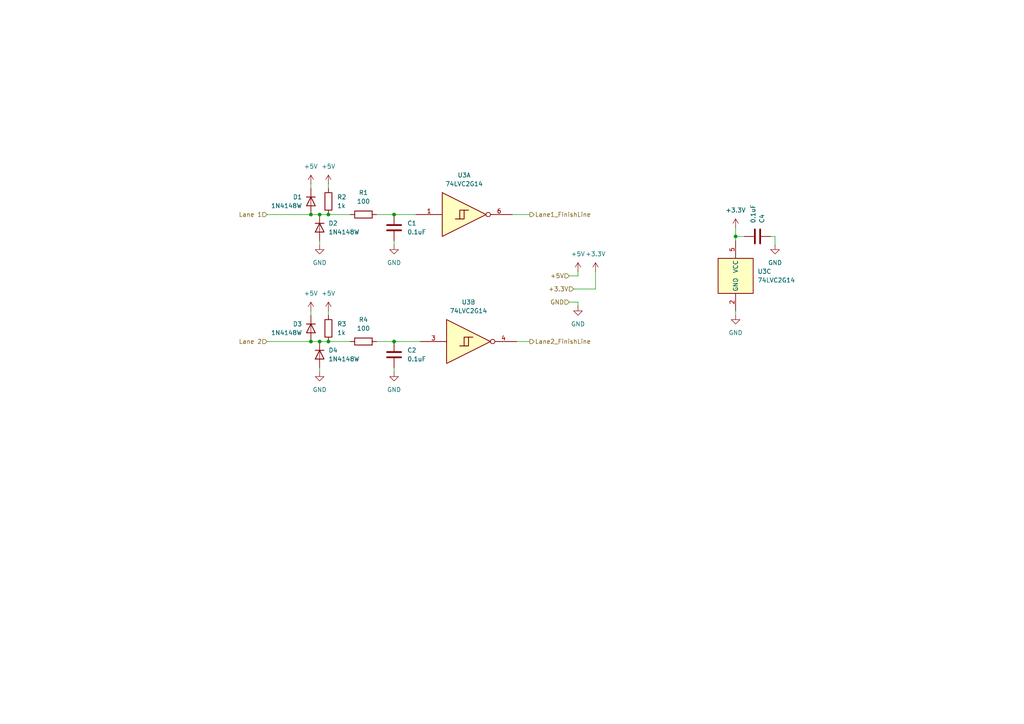
<source format=kicad_sch>
(kicad_sch (version 20250114) (generator "eeschema") (generator_version "9.0")
  (paper "A4")
  (lib_symbols
    (symbol "74xGxx:74LVC2G14"
      (property "Reference" "U" (at 0 7.62 0))
      (property "Value" "74LVC2G14" (at 2.54 -7.62 0))
      (symbol "74LVC2G14_1_1"
        (polyline (pts (xy -7.62 6.35) (xy -7.62 -6.35) (xy 5.08 0) (xy -7.62 6.35)) (stroke (width 0.254)) (fill (type background)))
        (polyline (pts (xy -3.81 -1.27) (xy -2.54 -1.27) (xy -2.54 1.27) (xy 0 1.27)) (stroke (width 0.254)) (fill (type background)))
        (polyline (pts (xy -2.54 -1.27) (xy -1.27 -1.27) (xy -1.27 1.27)) (stroke (width 0.254)) (fill (type background)))
        (pin input line (at -15.24 0 0) (length 7.62) (name "~") (number "1"))
        (pin output inverted (at 12.7 0 180) (length 7.62) (name "~") (number "6"))
      )
      (symbol "74LVC2G14_2_1"
        (polyline (pts (xy -7.62 6.35) (xy -7.62 -6.35) (xy 5.08 0) (xy -7.62 6.35)) (stroke (width 0.254)) (fill (type background)))
        (polyline (pts (xy -3.81 -1.27) (xy -2.54 -1.27) (xy -2.54 1.27) (xy 0 1.27)) (stroke (width 0.254)) (fill (type background)))
        (polyline (pts (xy -2.54 -1.27) (xy -1.27 -1.27) (xy -1.27 1.27)) (stroke (width 0.254)) (fill (type background)))
        (pin input line (at -15.24 0 0) (length 7.62) (name "~") (number "3"))
        (pin output inverted (at 12.7 0 180) (length 7.62) (name "~") (number "4"))
      )
      (symbol "74LVC2G14_3_0"
        (rectangle (start -5.08 -5.08) (end 5.08 5.08) (stroke (width 0.254)) (fill (type background)))
      )
      (symbol "74LVC2G14_3_1"
        (pin power_in line (at 0 10.16 270) (length 5.08) (name "VCC") (number "5"))
        (pin power_in line (at 0 -10.16 90) (length 5.08) (name "GND") (number "2"))
      )
    )
    (symbol "Device:C" (pin_numbers (hide yes)) (pin_names (offset 0.254))
      (property "Reference" "C" (at 0.635 2.54 0))
      (property "Value" "C" (at 0.635 -2.54 0))
      (symbol "C_0_1"
        (polyline (pts (xy -2.032 0.762) (xy 2.032 0.762)) (stroke (width 0.508)))
        (polyline (pts (xy -2.032 -0.762) (xy 2.032 -0.762)) (stroke (width 0.508)))
      )
      (symbol "C_1_1"
        (pin passive line (at 0 3.81 270) (length 2.794) (name "~") (number "1"))
        (pin passive line (at 0 -3.81 90) (length 2.794) (name "~") (number "2"))
      )
    )
    (symbol "Device:R" (pin_numbers (hide yes)) (pin_names (offset 0))
      (property "Reference" "R" (at 2.032 0 90))
      (property "Value" "R" (at 0 0 90))
      (symbol "R_0_1"
        (rectangle (start -1.016 -2.54) (end 1.016 2.54) (stroke (width 0.254)))
      )
      (symbol "R_1_1"
        (pin passive line (at 0 3.81 270) (length 1.27) (name "~") (number "1"))
        (pin passive line (at 0 -3.81 90) (length 1.27) (name "~") (number "2"))
      )
    )
    (symbol "Diode:1N4148W" (pin_numbers (hide yes)) (pin_names (hide yes))
      (property "Reference" "D" (at 0 2.54 0))
      (property "Value" "1N4148W" (at 0 -2.54 0))
      (symbol "1N4148W_0_1"
        (polyline (pts (xy -1.27 1.27) (xy -1.27 -1.27)) (stroke (width 0.254)))
        (polyline (pts (xy 1.27 1.27) (xy 1.27 -1.27) (xy -1.27 0) (xy 1.27 1.27)) (stroke (width 0.254)))
        (polyline (pts (xy 1.27 0) (xy -1.27 0)))
      )
      (symbol "1N4148W_1_1"
        (pin passive line (at -3.81 0 0) (length 2.54) (name "K") (number "1"))
        (pin passive line (at 3.81 0 180) (length 2.54) (name "A") (number "2"))
      )
    )
    (symbol "power:+3.3V" (power) (pin_numbers (hide yes)) (pin_names (offset 0) (hide yes))
      (property "Value" "+3.3V" (at 0 3.556 0))
      (symbol "+3.3V_0_1"
        (polyline (pts (xy -0.762 1.27) (xy 0 2.54)))
        (polyline (pts (xy 0 2.54) (xy 0.762 1.27)))
        (polyline (pts (xy 0 0) (xy 0 2.54)))
      )
      (symbol "+3.3V_1_1"
        (pin power_in line (at 0 0 90) (length 0) (name "~") (number "1"))
      )
    )
    (symbol "power:+5V" (power) (pin_numbers (hide yes)) (pin_names (offset 0) (hide yes))
      (property "Value" "+5V" (at 0 3.556 0))
      (symbol "+5V_0_1"
        (polyline (pts (xy -0.762 1.27) (xy 0 2.54)))
        (polyline (pts (xy 0 2.54) (xy 0.762 1.27)))
        (polyline (pts (xy 0 0) (xy 0 2.54)))
      )
      (symbol "+5V_1_1"
        (pin power_in line (at 0 0 90) (length 0) (name "~") (number "1"))
      )
    )
    (symbol "power:GND" (power) (pin_numbers (hide yes)) (pin_names (offset 0) (hide yes))
      (property "Value" "GND" (at 0 -3.81 0))
      (symbol "GND_0_1"
        (polyline (pts (xy 0 0) (xy 0 -1.27) (xy 1.27 -1.27) (xy 0 -2.54) (xy -1.27 -1.27) (xy 0 -1.27)))
      )
      (symbol "GND_1_1"
        (pin power_in line (at 0 0 270) (length 0) (name "~") (number "1"))
      )
    )
  )
  (junction (at 95.25 99.06))
  (junction (at 92.71 62.23))
  (junction (at 114.3 99.06))
  (junction (at 114.3 62.23))
  (junction (at 90.17 62.23))
  (junction (at 213.36 68.58))
  (junction (at 95.25 62.23))
  (junction (at 90.17 99.06))
  (junction (at 92.71 99.06))
  (wire (pts (xy 213.36 91.44) (xy 213.36 90.17)))
  (wire (pts (xy 165.1 87.63) (xy 167.64 87.63)))
  (wire (pts (xy 215.9 68.58) (xy 213.36 68.58)))
  (wire (pts (xy 92.71 69.85) (xy 92.71 71.12)))
  (wire (pts (xy 92.71 99.06) (xy 95.25 99.06)))
  (wire (pts (xy 92.71 106.68) (xy 92.71 107.95)))
  (wire (pts (xy 172.72 83.82) (xy 172.72 78.74)))
  (wire (pts (xy 109.22 62.23) (xy 114.3 62.23)))
  (wire (pts (xy 95.25 99.06) (xy 101.6 99.06)))
  (wire (pts (xy 224.79 68.58) (xy 223.52 68.58)))
  (wire (pts (xy 114.3 69.85) (xy 114.3 71.12)))
  (wire (pts (xy 90.17 62.23) (xy 92.71 62.23)))
  (wire (pts (xy 90.17 90.17) (xy 90.17 91.44)))
  (wire (pts (xy 95.25 62.23) (xy 101.6 62.23)))
  (wire (pts (xy 213.36 68.58) (xy 213.36 69.85)))
  (wire (pts (xy 167.64 87.63) (xy 167.64 88.9)))
  (wire (pts (xy 167.64 78.74) (xy 167.64 80.01)))
  (wire (pts (xy 77.47 62.23) (xy 90.17 62.23)))
  (wire (pts (xy 213.36 66.04) (xy 213.36 68.58)))
  (wire (pts (xy 92.71 62.23) (xy 95.25 62.23)))
  (wire (pts (xy 166.37 83.82) (xy 172.72 83.82)))
  (wire (pts (xy 109.22 99.06) (xy 114.3 99.06)))
  (wire (pts (xy 165.1 80.01) (xy 167.64 80.01)))
  (wire (pts (xy 77.47 99.06) (xy 90.17 99.06)))
  (wire (pts (xy 114.3 106.68) (xy 114.3 107.95)))
  (wire (pts (xy 114.3 62.23) (xy 120.65 62.23)))
  (wire (pts (xy 90.17 53.34) (xy 90.17 54.61)))
  (wire (pts (xy 95.25 90.17) (xy 95.25 91.44)))
  (wire (pts (xy 149.86 99.06) (xy 153.67 99.06)))
  (wire (pts (xy 90.17 99.06) (xy 92.71 99.06)))
  (wire (pts (xy 114.3 99.06) (xy 121.92 99.06)))
  (wire (pts (xy 95.25 53.34) (xy 95.25 54.61)))
  (wire (pts (xy 224.79 71.12) (xy 224.79 68.58)))
  (wire (pts (xy 148.59 62.23) (xy 153.67 62.23)))
  (hierarchical_label "Lane 2" (shape input) (at 77.47 99.06 180))
  (hierarchical_label "+3.3V" (shape input) (at 166.37 83.82 180))
  (hierarchical_label "Lane2_FinishLine" (shape output) (at 153.67 99.06 0))
  (hierarchical_label "+5V" (shape input) (at 165.1 80.01 180))
  (hierarchical_label "Lane1_FinishLine" (shape output) (at 153.67 62.23 0))
  (hierarchical_label "Lane 1" (shape input) (at 77.47 62.23 180))
  (hierarchical_label "GND" (shape input) (at 165.1 87.63 180))
  (symbol (lib_id "power:+5V") (at 167.64 78.74 0) (unit 1)
    (property "Reference" "#PWR047" (effects (hide yes)))
    (property "Value" "+5V" (at 167.64 73.66 0))
    (property "Description" "Power symbol creates a global label with name \"+5V\"" (effects (hide yes)))
  )
  (symbol (lib_id "Diode:1N4148W") (at 92.71 102.87 90) (mirror x) (unit 1)
    (property "Reference" "D4" (at 95.25 101.5999 90) (effects (justify right)))
    (property "Value" "1N4148W" (at 95.25 104.1399 90) (effects (justify right)))
    (property "Footprint" "Diode_SMD:D_SOD-123" (effects (hide yes)))
    (property "Datasheet" "https://www.vishay.com/docs/85748/1n4148w.pdf" (effects (hide yes)))
    (property "Description" "75V 0.15A Fast Switching Diode, SOD-123" (effects (hide yes)))
    (property "Sim.Device" "D" (effects (hide yes)))
    (property "Sim.Pins" "1=K 2=A" (effects (hide yes)))
  )
  (symbol (lib_id "Diode:1N4148W") (at 92.71 66.04 90) (mirror x) (unit 1)
    (property "Reference" "D2" (at 95.25 64.7699 90) (effects (justify right)))
    (property "Value" "1N4148W" (at 95.25 67.3099 90) (effects (justify right)))
    (property "Footprint" "Diode_SMD:D_SOD-123" (effects (hide yes)))
    (property "Datasheet" "https://www.vishay.com/docs/85748/1n4148w.pdf" (effects (hide yes)))
    (property "Description" "75V 0.15A Fast Switching Diode, SOD-123" (effects (hide yes)))
    (property "Sim.Device" "D" (effects (hide yes)))
    (property "Sim.Pins" "1=K 2=A" (effects (hide yes)))
  )
  (symbol (lib_id "Device:R") (at 105.41 99.06 90) (unit 1)
    (property "Reference" "R4" (at 105.41 92.71 90))
    (property "Value" "100" (at 105.41 95.25 90))
    (property "Footprint" "Resistor_SMD:R_0805_2012Metric" (effects (hide yes)))
    (property "Description" "Resistor" (effects (hide yes)))
  )
  (symbol (lib_id "Diode:1N4148W") (at 90.17 95.25 270) (unit 1)
    (property "Reference" "D3" (at 87.63 93.9799 90) (effects (justify right)))
    (property "Value" "1N4148W" (at 87.63 96.5199 90) (effects (justify right)))
    (property "Footprint" "Diode_SMD:D_SOD-123" (effects (hide yes)))
    (property "Datasheet" "https://www.vishay.com/docs/85748/1n4148w.pdf" (effects (hide yes)))
    (property "Description" "75V 0.15A Fast Switching Diode, SOD-123" (effects (hide yes)))
    (property "Sim.Device" "D" (effects (hide yes)))
    (property "Sim.Pins" "1=K 2=A" (effects (hide yes)))
  )
  (symbol (lib_id "power:GND") (at 213.36 91.44 0) (unit 1)
    (property "Reference" "#PWR06" (effects (hide yes)))
    (property "Value" "GND" (at 213.36 96.52 0))
    (property "Description" "Power symbol creates a global label with name \"GND\" , ground" (effects (hide yes)))
  )
  (symbol (lib_id "Device:C") (at 114.3 66.04 0) (unit 1)
    (property "Reference" "C1" (at 118.11 64.7699 0) (effects (justify left)))
    (property "Value" "0.1uF" (at 118.11 67.3099 0) (effects (justify left)))
    (property "Footprint" "Capacitor_SMD:C_0805_2012Metric" (effects (hide yes)))
    (property "Description" "Unpolarized capacitor" (effects (hide yes)))
  )
  (symbol (lib_id "power:+5V") (at 95.25 53.34 0) (unit 1)
    (property "Reference" "#PWR03" (effects (hide yes)))
    (property "Value" "+5V" (at 95.25 48.26 0))
    (property "Description" "Power symbol creates a global label with name \"+5V\"" (effects (hide yes)))
  )
  (symbol (lib_id "74xGxx:74LVC2G14") (at 213.36 80.01 0) (unit 3)
    (property "Reference" "U3" (at 219.71 78.7399 0) (effects (justify left)))
    (property "Value" "74LVC2G14" (at 219.71 81.2799 0) (effects (justify left)))
    (property "Footprint" "Package_TO_SOT_SMD:SOT-23-6_Handsoldering" (effects (hide yes)))
    (property "Datasheet" "https://www.ti.com/lit/ds/symlink/sn74lvc2g14.pdf" (effects (hide yes)))
    (property "Description" "Dual NOT Gate, Schmitt Triggered, Low-Voltage CMOS" (effects (hide yes)))
  )
  (symbol (lib_id "power:GND") (at 167.64 88.9 0) (unit 1)
    (property "Reference" "#PWR049" (effects (hide yes)))
    (property "Value" "GND" (at 167.64 93.98 0))
    (property "Description" "Power symbol creates a global label with name \"GND\" , ground" (effects (hide yes)))
  )
  (symbol (lib_id "power:GND") (at 92.71 107.95 0) (unit 1)
    (property "Reference" "#PWR09" (effects (hide yes)))
    (property "Value" "GND" (at 92.71 113.03 0))
    (property "Description" "Power symbol creates a global label with name \"GND\" , ground" (effects (hide yes)))
  )
  (symbol (lib_id "Device:C") (at 114.3 102.87 0) (unit 1)
    (property "Reference" "C2" (at 118.11 101.5999 0) (effects (justify left)))
    (property "Value" "0.1uF" (at 118.11 104.1399 0) (effects (justify left)))
    (property "Footprint" "Capacitor_SMD:C_0805_2012Metric" (effects (hide yes)))
    (property "Description" "Unpolarized capacitor" (effects (hide yes)))
  )
  (symbol (lib_id "power:GND") (at 92.71 71.12 0) (unit 1)
    (property "Reference" "#PWR04" (effects (hide yes)))
    (property "Value" "GND" (at 92.71 76.2 0))
    (property "Description" "Power symbol creates a global label with name \"GND\" , ground" (effects (hide yes)))
  )
  (symbol (lib_id "power:+5V") (at 90.17 53.34 0) (unit 1)
    (property "Reference" "#PWR02" (effects (hide yes)))
    (property "Value" "+5V" (at 90.17 48.26 0))
    (property "Description" "Power symbol creates a global label with name \"+5V\"" (effects (hide yes)))
  )
  (symbol (lib_id "power:+3.3V") (at 172.72 78.74 0) (unit 1)
    (property "Reference" "#PWR07" (effects (hide yes)))
    (property "Value" "+3.3V" (at 172.72 73.66 0))
    (property "Description" "Power symbol creates a global label with name \"+3.3V\"" (effects (hide yes)))
  )
  (symbol (lib_id "power:GND") (at 114.3 107.95 0) (unit 1)
    (property "Reference" "#PWR011" (effects (hide yes)))
    (property "Value" "GND" (at 114.3 113.03 0))
    (property "Description" "Power symbol creates a global label with name \"GND\" , ground" (effects (hide yes)))
  )
  (symbol (lib_id "Device:R") (at 95.25 58.42 180) (unit 1)
    (property "Reference" "R2" (at 97.79 57.1499 0) (effects (justify right)))
    (property "Value" "1k" (at 97.79 59.6899 0) (effects (justify right)))
    (property "Footprint" "Resistor_SMD:R_0805_2012Metric" (effects (hide yes)))
    (property "Description" "Resistor" (effects (hide yes)))
  )
  (symbol (lib_id "Diode:1N4148W") (at 90.17 58.42 270) (unit 1)
    (property "Reference" "D1" (at 87.63 57.1499 90) (effects (justify right)))
    (property "Value" "1N4148W" (at 87.63 59.6899 90) (effects (justify right)))
    (property "Footprint" "Diode_SMD:D_SOD-123" (effects (hide yes)))
    (property "Datasheet" "https://www.vishay.com/docs/85748/1n4148w.pdf" (effects (hide yes)))
    (property "Description" "75V 0.15A Fast Switching Diode, SOD-123" (effects (hide yes)))
    (property "Sim.Device" "D" (effects (hide yes)))
    (property "Sim.Pins" "1=K 2=A" (effects (hide yes)))
  )
  (symbol (lib_id "power:GND") (at 224.79 71.12 0) (unit 1)
    (property "Reference" "#PWR012" (effects (hide yes)))
    (property "Value" "GND" (at 224.79 76.2 0))
    (property "Description" "Power symbol creates a global label with name \"GND\" , ground" (effects (hide yes)))
  )
  (symbol (lib_id "74xGxx:74LVC2G14") (at 137.16 99.06 0) (unit 2)
    (property "Reference" "U3" (at 135.89 87.63 0))
    (property "Value" "74LVC2G14" (at 135.89 90.17 0))
    (property "Footprint" "Package_TO_SOT_SMD:SOT-23-6_Handsoldering" (effects (hide yes)))
    (property "Datasheet" "https://www.ti.com/lit/ds/symlink/sn74lvc2g14.pdf" (effects (hide yes)))
    (property "Description" "Dual NOT Gate, Schmitt Triggered, Low-Voltage CMOS" (effects (hide yes)))
  )
  (symbol (lib_id "power:+3.3V") (at 213.36 66.04 0) (unit 1)
    (property "Reference" "#PWR054" (effects (hide yes)))
    (property "Value" "+3.3V" (at 213.36 60.96 0))
    (property "Description" "Power symbol creates a global label with name \"+3.3V\"" (effects (hide yes)))
  )
  (symbol (lib_id "power:+5V") (at 95.25 90.17 0) (unit 1)
    (property "Reference" "#PWR010" (effects (hide yes)))
    (property "Value" "+5V" (at 95.25 85.09 0))
    (property "Description" "Power symbol creates a global label with name \"+5V\"" (effects (hide yes)))
  )
  (symbol (lib_id "Device:R") (at 95.25 95.25 180) (unit 1)
    (property "Reference" "R3" (at 97.79 93.9799 0) (effects (justify right)))
    (property "Value" "1k" (at 97.79 96.5199 0) (effects (justify right)))
    (property "Footprint" "Resistor_SMD:R_0805_2012Metric" (effects (hide yes)))
    (property "Description" "Resistor" (effects (hide yes)))
  )
  (symbol (lib_id "power:GND") (at 114.3 71.12 0) (unit 1)
    (property "Reference" "#PWR05" (effects (hide yes)))
    (property "Value" "GND" (at 114.3 76.2 0))
    (property "Description" "Power symbol creates a global label with name \"GND\" , ground" (effects (hide yes)))
  )
  (symbol (lib_id "74xGxx:74LVC2G14") (at 135.89 62.23 0) (unit 1)
    (property "Reference" "U3" (at 134.62 50.8 0))
    (property "Value" "74LVC2G14" (at 134.62 53.34 0))
    (property "Footprint" "Package_TO_SOT_SMD:SOT-23-6_Handsoldering" (effects (hide yes)))
    (property "Datasheet" "https://www.ti.com/lit/ds/symlink/sn74lvc2g14.pdf" (effects (hide yes)))
    (property "Description" "Dual NOT Gate, Schmitt Triggered, Low-Voltage CMOS" (effects (hide yes)))
  )
  (symbol (lib_id "Device:R") (at 105.41 62.23 90) (unit 1)
    (property "Reference" "R1" (at 105.41 55.88 90))
    (property "Value" "100" (at 105.41 58.42 90))
    (property "Footprint" "Resistor_SMD:R_0805_2012Metric" (effects (hide yes)))
    (property "Description" "Resistor" (effects (hide yes)))
  )
  (symbol (lib_id "Device:C") (at 219.71 68.58 270) (mirror x) (unit 1)
    (property "Reference" "C4" (at 220.9801 64.77 0) (effects (justify left)))
    (property "Value" "0.1uF" (at 218.4401 64.77 0) (effects (justify left)))
    (property "Footprint" "Capacitor_SMD:C_0805_2012Metric" (effects (hide yes)))
    (property "Description" "Unpolarized capacitor" (effects (hide yes)))
  )
  (symbol (lib_id "power:+5V") (at 90.17 90.17 0) (unit 1)
    (property "Reference" "#PWR08" (effects (hide yes)))
    (property "Value" "+5V" (at 90.17 85.09 0))
    (property "Description" "Power symbol creates a global label with name \"+5V\"" (effects (hide yes)))
  )
)
</source>
